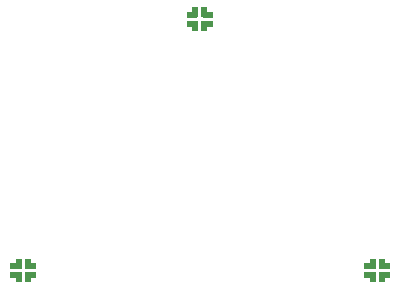
<source format=gbr>
%TF.GenerationSoftware,KiCad,Pcbnew,(5.1.6)-1*%
%TF.CreationDate,2020-12-08T12:03:20+08:00*%
%TF.ProjectId,LED_A1.0,4c45445f-4131-42e3-902e-6b696361645f,rev?*%
%TF.SameCoordinates,Original*%
%TF.FileFunction,Soldermask,Bot*%
%TF.FilePolarity,Negative*%
%FSLAX46Y46*%
G04 Gerber Fmt 4.6, Leading zero omitted, Abs format (unit mm)*
G04 Created by KiCad (PCBNEW (5.1.6)-1) date 2020-12-08 12:03:20*
%MOMM*%
%LPD*%
G01*
G04 APERTURE LIST*
%ADD10R,0.900000X0.550000*%
%ADD11R,0.550000X0.900000*%
G04 APERTURE END LIST*
D10*
%TO.C,D3*%
X51268400Y-37723000D03*
X51268400Y-36953000D03*
D11*
X51587400Y-37898000D03*
X51587400Y-36778000D03*
D10*
X52668400Y-37723000D03*
D11*
X52349400Y-37898000D03*
D10*
X52668400Y-36953000D03*
D11*
X52349400Y-36778000D03*
%TD*%
D10*
%TO.C,D2*%
X22696400Y-36953000D03*
X22696400Y-37723000D03*
D11*
X22377400Y-36778000D03*
X22377400Y-37898000D03*
D10*
X21296400Y-36953000D03*
D11*
X21615400Y-36778000D03*
D10*
X21296400Y-37723000D03*
D11*
X21615400Y-37898000D03*
%TD*%
D10*
%TO.C,D1*%
X36257000Y-16463200D03*
X36257000Y-15693200D03*
D11*
X36576000Y-16638200D03*
X36576000Y-15518200D03*
D10*
X37657000Y-16463200D03*
D11*
X37338000Y-16638200D03*
D10*
X37657000Y-15693200D03*
D11*
X37338000Y-15518200D03*
%TD*%
M02*

</source>
